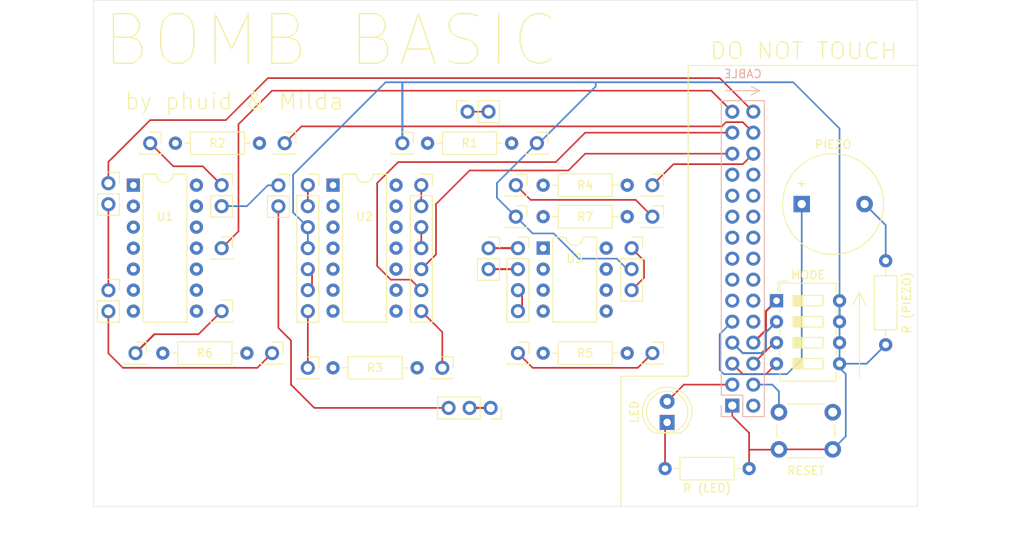
<source format=kicad_pcb>
(kicad_pcb (version 20211014) (generator pcbnew)
  (layers (0 "F.Cu" signal) (31 "B.Cu" signal) (34 "B.Paste" user) (35 "F.Paste" user) (36 "B.SilkS" user "B.Silkscreen") (37 "F.SilkS" user "F.Silkscreen") (38 "B.Mask" user) (39 "F.Mask" user) (44 "Edge.Cuts" user))
  (net 0 "")
  (net 1 "Net-(R1-Pad2)")
  (net 2 "Net-(R1-Pad1)")
  (net 3 "Net-(R2-Pad2)")
  (net 4 "Net-(R2-Pad1)")
  (net 5 "Net-(R3-Pad2)")
  (net 6 "Net-(R3-Pad1)")
  (net 7 "Net-(R4-Pad2)")
  (net 8 "Net-(R4-Pad1)")
  (net 9 "Net-(R5-Pad2)")
  (net 10 "Net-(R5-Pad1)")
  (net 11 "Net-(R6-Pad2)")
  (net 12 "Net-(R7-Pad2)")
  (net 13 "Net-(R7-Pad1)")
  (net 14 "+5V")
  (net 15 "GND")
  (net 16 "Net-(U1-Pad2)")
  (net 17 "Net-(U1-Pad12)")
  (net 18 "Net-(U1-Pad5)")
  (net 19 "Net-(U1-Pad11)")
  (net 20 "Net-(U1-Pad4)")
  (net 21 "Net-(U1-Pad10)")
  (net 22 "Net-(U1-Pad3)")
  (net 23 "Net-(U1-Pad9)")
  (net 24 "Net-(U2-Pad5)")
  (net 25 "Net-(U2-Pad9)")
  (footprint "Resistor_THT:R_Axial_DIN0207_L6.3mm_D2.5mm_P10.16mm_Horizontal" (layer "F.Cu") (at 165.1 52.07 180)
    (fp_text reference "R1" (at 5.08 0) (layer "F.SilkS"))
    (fp_text value "R")
    (pad "1" thru_hole circle locked (at 0 0 180) (size 1.6 1.6) (drill 0.8) (layers *.Cu *.Mask) (net 2 "Net-(R1-Pad1)"))
    (pad "2" thru_hole oval locked (at 10.16 0 180) (size 1.6 1.6) (drill 0.8) (layers *.Cu *.Mask) (net 1 "Net-(R1-Pad2)"))
  )
  (footprint "Resistor_THT:R_Axial_DIN0207_L6.3mm_D2.5mm_P10.16mm_Horizontal" (layer "F.Cu") (at 124.46 52.07)
    (fp_text reference "R2" (at 5.08 0) (layer "F.SilkS"))
    (fp_text value "R")
    (pad "1" thru_hole circle locked (at 0 0) (size 1.6 1.6) (drill 0.8) (layers *.Cu *.Mask) (net 4 "Net-(R2-Pad1)"))
    (pad "2" thru_hole oval locked (at 10.16 0) (size 1.6 1.6) (drill 0.8) (layers *.Cu *.Mask) (net 3 "Net-(R2-Pad2)"))
  )
  (footprint "Resistor_THT:R_Axial_DIN0207_L6.3mm_D2.5mm_P10.16mm_Horizontal" (layer "F.Cu") (at 153.67 79.248 180)
    (fp_text reference "R3" (at 5.08 0) (layer "F.SilkS"))
    (fp_text value "R")
    (pad "1" thru_hole circle locked (at 0 0 180) (size 1.6 1.6) (drill 0.8) (layers *.Cu *.Mask) (net 6 "Net-(R3-Pad1)"))
    (pad "2" thru_hole oval locked (at 10.16 0 180) (size 1.6 1.6) (drill 0.8) (layers *.Cu *.Mask) (net 5 "Net-(R3-Pad2)"))
  )
  (footprint "Resistor_THT:R_Axial_DIN0207_L6.3mm_D2.5mm_P10.16mm_Horizontal" (layer "F.Cu") (at 179.07 57.15 180)
    (fp_text reference "R4" (at 5.08 0) (layer "F.SilkS"))
    (fp_text value "R")
    (pad "1" thru_hole circle locked (at 0 0 180) (size 1.6 1.6) (drill 0.8) (layers *.Cu *.Mask) (net 8 "Net-(R4-Pad1)"))
    (pad "2" thru_hole oval locked (at 10.16 0 180) (size 1.6 1.6) (drill 0.8) (layers *.Cu *.Mask) (net 7 "Net-(R4-Pad2)"))
  )
  (footprint "Resistor_THT:R_Axial_DIN0207_L6.3mm_D2.5mm_P10.16mm_Horizontal" (layer "F.Cu") (at 179.07 77.47 180)
    (fp_text reference "R5" (at 5.08 0) (layer "F.SilkS"))
    (fp_text value "R")
    (pad "1" thru_hole circle locked (at 0 0 180) (size 1.6 1.6) (drill 0.8) (layers *.Cu *.Mask) (net 10 "Net-(R5-Pad1)"))
    (pad "2" thru_hole oval locked (at 10.16 0 180) (size 1.6 1.6) (drill 0.8) (layers *.Cu *.Mask) (net 9 "Net-(R5-Pad2)"))
  )
  (footprint "Resistor_THT:R_Axial_DIN0207_L6.3mm_D2.5mm_P10.16mm_Horizontal" (layer "F.Cu") (at 133.096 77.47 180)
    (fp_text reference "R6" (at 5.08 0) (layer "F.SilkS"))
    (fp_text value "R")
    (pad "1" thru_hole circle locked (at 0 0 180) (size 1.6 1.6) (drill 0.8) (layers *.Cu *.Mask) (net 6 "Net-(R3-Pad1)"))
    (pad "2" thru_hole oval locked (at 10.16 0 180) (size 1.6 1.6) (drill 0.8) (layers *.Cu *.Mask) (net 11 "Net-(R6-Pad2)"))
  )
  (footprint "Resistor_THT:R_Axial_DIN0207_L6.3mm_D2.5mm_P10.16mm_Horizontal" (layer "F.Cu") (at 179.07 60.96 180)
    (fp_text reference "R7" (at 5.08 0) (layer "F.SilkS"))
    (fp_text value "R")
    (pad "1" thru_hole circle locked (at 0 0 180) (size 1.6 1.6) (drill 0.8) (layers *.Cu *.Mask) (net 13 "Net-(R7-Pad1)"))
    (pad "2" thru_hole oval locked (at 10.16 0 180) (size 1.6 1.6) (drill 0.8) (layers *.Cu *.Mask) (net 12 "Net-(R7-Pad2)"))
  )
  (footprint "Package_DIP:DIP-14_W7.62mm" (layer "F.Cu") (at 119.38 57.15)
    (fp_text reference "U1" (at 3.81 3.81) (layer "F.SilkS"))
    (fp_text value "74HC03")
    (pad "1" thru_hole rect locked (at 0 0) (size 1.6 1.6) (drill 0.8) (layers *.Cu *.Mask) (net 1 "Net-(R1-Pad2)"))
    (pad "2" thru_hole oval locked (at 0 2.54) (size 1.6 1.6) (drill 0.8) (layers *.Cu *.Mask) (net 16 "Net-(U1-Pad2)"))
    (pad "3" thru_hole oval locked (at 0 5.08) (size 1.6 1.6) (drill 0.8) (layers *.Cu *.Mask) (net 22 "Net-(U1-Pad3)"))
    (pad "4" thru_hole oval locked (at 0 7.62) (size 1.6 1.6) (drill 0.8) (layers *.Cu *.Mask) (net 20 "Net-(U1-Pad4)"))
    (pad "5" thru_hole oval locked (at 0 10.16) (size 1.6 1.6) (drill 0.8) (layers *.Cu *.Mask) (net 18 "Net-(U1-Pad5)"))
    (pad "6" thru_hole oval locked (at 0 12.7) (size 1.6 1.6) (drill 0.8) (layers *.Cu *.Mask) (net 16 "Net-(U1-Pad2)"))
    (pad "7" thru_hole oval locked (at 0 15.24) (size 1.6 1.6) (drill 0.8) (layers *.Cu *.Mask) (net 15 "GND"))
    (pad "8" thru_hole oval locked (at 7.62 15.24) (size 1.6 1.6) (drill 0.8) (layers *.Cu *.Mask) (net 2 "Net-(R1-Pad1)"))
    (pad "9" thru_hole oval locked (at 7.62 12.7) (size 1.6 1.6) (drill 0.8) (layers *.Cu *.Mask) (net 23 "Net-(U1-Pad9)"))
    (pad "10" thru_hole oval locked (at 7.62 10.16) (size 1.6 1.6) (drill 0.8) (layers *.Cu *.Mask) (net 21 "Net-(U1-Pad10)"))
    (pad "11" thru_hole oval locked (at 7.62 7.62) (size 1.6 1.6) (drill 0.8) (layers *.Cu *.Mask) (net 19 "Net-(U1-Pad11)"))
    (pad "12" thru_hole oval locked (at 7.62 5.08) (size 1.6 1.6) (drill 0.8) (layers *.Cu *.Mask) (net 17 "Net-(U1-Pad12)"))
    (pad "13" thru_hole oval locked (at 7.62 2.54) (size 1.6 1.6) (drill 0.8) (layers *.Cu *.Mask) (net 4 "Net-(R2-Pad1)"))
    (pad "14" thru_hole oval locked (at 7.62 0) (size 1.6 1.6) (drill 0.8) (layers *.Cu *.Mask) (net 14 "+5V"))
  )
  (footprint "Package_DIP:DIP-14_W7.62mm" (layer "F.Cu") (at 143.51 57.15)
    (fp_text reference "U2" (at 3.81 3.81) (layer "F.SilkS"))
    (fp_text value "74HCT08")
    (pad "1" thru_hole rect locked (at 0 0) (size 1.6 1.6) (drill 0.8) (layers *.Cu *.Mask) (net 16 "Net-(U1-Pad2)"))
    (pad "2" thru_hole oval locked (at 0 2.54) (size 1.6 1.6) (drill 0.8) (layers *.Cu *.Mask) (net 2 "Net-(R1-Pad1)"))
    (pad "3" thru_hole oval locked (at 0 5.08) (size 1.6 1.6) (drill 0.8) (layers *.Cu *.Mask) (net 3 "Net-(R2-Pad2)"))
    (pad "4" thru_hole oval locked (at 0 7.62) (size 1.6 1.6) (drill 0.8) (layers *.Cu *.Mask) (net 19 "Net-(U1-Pad11)"))
    (pad "5" thru_hole oval locked (at 0 10.16) (size 1.6 1.6) (drill 0.8) (layers *.Cu *.Mask) (net 24 "Net-(U2-Pad5)"))
    (pad "6" thru_hole oval locked (at 0 12.7) (size 1.6 1.6) (drill 0.8) (layers *.Cu *.Mask) (net 11 "Net-(R6-Pad2)"))
    (pad "7" thru_hole oval locked (at 0 15.24) (size 1.6 1.6) (drill 0.8) (layers *.Cu *.Mask) (net 15 "GND"))
    (pad "8" thru_hole oval locked (at 7.62 15.24) (size 1.6 1.6) (drill 0.8) (layers *.Cu *.Mask) (net 24 "Net-(U2-Pad5)"))
    (pad "9" thru_hole oval locked (at 7.62 12.7) (size 1.6 1.6) (drill 0.8) (layers *.Cu *.Mask) (net 25 "Net-(U2-Pad9)"))
    (pad "10" thru_hole oval locked (at 7.62 10.16) (size 1.6 1.6) (drill 0.8) (layers *.Cu *.Mask) (net 12 "Net-(R7-Pad2)"))
    (pad "11" thru_hole oval locked (at 7.62 7.62) (size 1.6 1.6) (drill 0.8) (layers *.Cu *.Mask) (net 5 "Net-(R3-Pad2)"))
    (pad "12" thru_hole oval locked (at 7.62 5.08) (size 1.6 1.6) (drill 0.8) (layers *.Cu *.Mask) (net 7 "Net-(R4-Pad2)"))
    (pad "13" thru_hole oval locked (at 7.62 2.54) (size 1.6 1.6) (drill 0.8) (layers *.Cu *.Mask) (net 9 "Net-(R5-Pad2)"))
    (pad "14" thru_hole oval locked (at 7.62 0) (size 1.6 1.6) (drill 0.8) (layers *.Cu *.Mask) (net 14 "+5V"))
  )
  (footprint "Package_DIP:DIP-8_W7.62mm" (layer "F.Cu") (at 168.91 64.77)
    (fp_text reference "U3" (at 3.81 1.27) (layer "F.SilkS"))
    (fp_text value "L4904")
    (pad "1" thru_hole rect locked (at 0 0) (size 1.6 1.6) (drill 0.8) (layers *.Cu *.Mask) (net 24 "Net-(U2-Pad5)"))
    (pad "2" thru_hole oval locked (at 0 2.54) (size 1.6 1.6) (drill 0.8) (layers *.Cu *.Mask) (net 6 "Net-(R3-Pad1)"))
    (pad "3" thru_hole oval locked (at 0 5.08) (size 1.6 1.6) (drill 0.8) (layers *.Cu *.Mask) (net 8 "Net-(R4-Pad1)"))
    (pad "4" thru_hole oval locked (at 0 7.62) (size 1.6 1.6) (drill 0.8) (layers *.Cu *.Mask) (net 15 "GND"))
    (pad "5" thru_hole oval locked (at 7.62 7.62) (size 1.6 1.6) (drill 0.8) (layers *.Cu *.Mask))
    (pad "6" thru_hole oval locked (at 7.62 5.08) (size 1.6 1.6) (drill 0.8) (layers *.Cu *.Mask) (net 10 "Net-(R5-Pad1)"))
    (pad "7" thru_hole oval locked (at 7.62 2.54) (size 1.6 1.6) (drill 0.8) (layers *.Cu *.Mask) (net 25 "Net-(U2-Pad9)"))
    (pad "8" thru_hole oval locked (at 7.62 0) (size 1.6 1.6) (drill 0.8) (layers *.Cu *.Mask) (net 13 "Net-(R7-Pad1)"))
  )
  (footprint "Connector_PinSocket_2.54mm:PinSocket_1x07_P2.54mm_Vertical" (layer "F.Cu") (at 140.462 57.15)
    (fp_text reference " " (at 0 -2.77) (layer "F.SilkS"))
    (fp_text value "PinSocket_1x07_P2.54mm_Vertical")
    (pad "1" thru_hole circle locked (at 0 0) (size 1.7 1.7) (drill 1) (layers *.Cu "F.Mask"))
    (pad "2" thru_hole oval locked (at 0 2.54) (size 1.7 1.7) (drill 1) (layers *.Cu *.Mask))
    (pad "3" thru_hole oval locked (at 0 5.08) (size 1.7 1.7) (drill 1) (layers *.Cu *.Mask))
    (pad "4" thru_hole oval locked (at 0 7.62) (size 1.7 1.7) (drill 1) (layers *.Cu *.Mask))
    (pad "5" thru_hole oval locked (at 0 10.16) (size 1.7 1.7) (drill 1) (layers *.Cu *.Mask))
    (pad "6" thru_hole oval locked (at 0 12.7) (size 1.7 1.7) (drill 1) (layers *.Cu *.Mask))
    (pad "7" thru_hole oval locked (at 0 15.24) (size 1.7 1.7) (drill 1) (layers *.Cu *.Mask))
  )
  (footprint "Connector_PinSocket_2.54mm:PinSocket_1x07_P2.54mm_Vertical" (layer "F.Cu") (at 154.178 57.15)
    (fp_text reference " " (at 0 -2.77) (layer "F.SilkS"))
    (fp_text value "PinSocket_1x07_P2.54mm_Vertical")
    (pad "1" thru_hole circle locked (at 0 0) (size 1.7 1.7) (drill 1) (layers *.Cu *.Mask))
    (pad "2" thru_hole oval locked (at 0 2.54) (size 1.7 1.7) (drill 1) (layers *.Cu *.Mask))
    (pad "3" thru_hole oval locked (at 0 5.08) (size 1.7 1.7) (drill 1) (layers *.Cu *.Mask))
    (pad "4" thru_hole oval locked (at 0 7.62) (size 1.7 1.7) (drill 1) (layers *.Cu *.Mask))
    (pad "5" thru_hole oval locked (at 0 10.16) (size 1.7 1.7) (drill 1) (layers *.Cu *.Mask))
    (pad "6" thru_hole oval locked (at 0 12.7) (size 1.7 1.7) (drill 1) (layers *.Cu *.Mask))
    (pad "7" thru_hole oval locked (at 0 15.24) (size 1.7 1.7) (drill 1) (layers *.Cu *.Mask))
  )
  (footprint "Connector_PinSocket_2.54mm:PinSocket_1x04_P2.54mm_Vertical" (layer "F.Cu") (at 165.862 64.77)
    (fp_text reference " " (at 0 -2.77) (layer "F.SilkS"))
    (fp_text value "PinSocket_1x04_P2.54mm_Vertical")
    (pad "1" thru_hole circle locked (at 0 0) (size 1.7 1.7) (drill 1) (layers *.Cu *.Mask))
    (pad "2" thru_hole oval locked (at 0 2.54) (size 1.7 1.7) (drill 1) (layers *.Cu *.Mask))
    (pad "3" thru_hole oval locked (at 0 5.08) (size 1.7 1.7) (drill 1) (layers *.Cu *.Mask))
    (pad "4" thru_hole oval locked (at 0 7.62) (size 1.7 1.7) (drill 1) (layers *.Cu *.Mask))
  )
  (footprint "Connector_PinSocket_2.54mm:PinSocket_1x01_P2.54mm_Vertical" (layer "F.Cu") (at 182.118 77.47)
    (fp_text reference " " (at 0 -2.77) (layer "F.SilkS"))
    (fp_text value "PinSocket_1x01_P2.54mm_Vertical")
    (pad "1" thru_hole circle locked (at 0 0) (size 1.7 1.7) (drill 1) (layers *.Cu *.Mask))
  )
  (footprint "Connector_PinSocket_2.54mm:PinSocket_1x03_P2.54mm_Vertical" (layer "F.Cu") (at 179.603 64.77)
    (fp_text reference "REF**" hide)
    (fp_text value "PinSocket_1x03_P2.54mm_Vertical")
    (pad "1" thru_hole circle locked (at 0 0) (size 1.7 1.7) (drill 1) (layers *.Cu *.Mask))
    (pad "2" thru_hole oval locked (at 0 2.54) (size 1.7 1.7) (drill 1) (layers *.Cu *.Mask))
    (pad "3" thru_hole oval locked (at 0 5.08) (size 1.7 1.7) (drill 1) (layers *.Cu *.Mask))
  )
  (footprint "Button_Switch_THT:SW_PUSH_6mm_H8.5mm" (layer "F.Cu") (at 203.91 89.118 180)
    (fp_text reference "RESET" (at 3.25 -2.576 180) (layer "F.SilkS"))
    (fp_text value "SW_PUSH_6mm_H8.5mm")
    (pad "1" thru_hole circle locked (at 0 0 270) (size 2 2) (drill 1.1) (layers *.Cu *.Mask))
    (pad "1" thru_hole circle locked (at 6.5 0 270) (size 2 2) (drill 1.1) (layers *.Cu *.Mask))
    (pad "2" thru_hole circle locked (at 0 4.5 270) (size 2 2) (drill 1.1) (layers *.Cu *.Mask))
    (pad "2" thru_hole circle locked (at 6.5 4.5 270) (size 2 2) (drill 1.1) (layers *.Cu *.Mask))
  )
  (footprint "Resistor_THT:R_Axial_DIN0207_L6.3mm_D2.5mm_P10.16mm_Horizontal" (layer "F.Cu") (at 210.312 76.454 90)
    (fp_text reference "R (PIEZO)" (at 5.08 2.54 90) (layer "F.SilkS"))
    (fp_text value "R_Axial_DIN0207_L6.3mm_D2.5mm_P10.16mm_Horizontal")
    (pad "1" thru_hole circle locked (at 0 0 90) (size 1.6 1.6) (drill 0.8) (layers *.Cu *.Mask))
    (pad "2" thru_hole oval locked (at 10.16 0 90) (size 1.6 1.6) (drill 0.8) (layers *.Cu *.Mask))
  )
  (footprint "Resistor_THT:R_Axial_DIN0207_L6.3mm_D2.5mm_P10.16mm_Horizontal" (layer "F.Cu") (at 193.802 91.44 180)
    (fp_text reference "R (LED)" (at 5.08 -2.37) (layer "F.SilkS"))
    (fp_text value "R_Axial_DIN0207_L6.3mm_D2.5mm_P10.16mm_Horizontal")
    (pad "1" thru_hole circle locked (at 0 0 180) (size 1.6 1.6) (drill 0.8) (layers *.Cu *.Mask))
    (pad "2" thru_hole oval locked (at 10.16 0 180) (size 1.6 1.6) (drill 0.8) (layers *.Cu *.Mask))
  )
  (footprint "Connector_PinSocket_2.54mm:PinSocket_1x01_P2.54mm_Vertical" (layer "F.Cu") (at 165.608 57.15)
    (fp_text reference " " (at 0 -2.77) (layer "F.SilkS"))
    (fp_text value "PinSocket_1x01_P2.54mm_Vertical")
    (pad "1" thru_hole circle locked (at 0 0) (size 1.7 1.7) (drill 1) (layers *.Cu *.Mask))
  )
  (footprint "Connector_PinSocket_2.54mm:PinSocket_1x01_P2.54mm_Vertical" (layer "F.Cu") (at 151.892 52.07)
    (fp_text reference " " (at 0 -2.77) (layer "F.SilkS"))
    (fp_text value "PinSocket_1x01_P2.54mm_Vertical")
    (pad "1" thru_hole circle locked (at 0 0) (size 1.7 1.7) (drill 1) (layers *.Cu *.Mask))
  )
  (footprint "Connector_PinSocket_2.54mm:PinSocket_1x02_P2.54mm_Vertical" (layer "F.Cu") (at 162.306 64.77)
    (fp_text reference " " (at 0 -2.77) (layer "F.SilkS"))
    (fp_text value "PinSocket_1x02_P2.54mm_Vertical")
    (pad "1" thru_hole circle (at 0 0) (size 1.7 1.7) (drill 1) (layers *.Cu *.Mask))
    (pad "2" thru_hole oval (at 0 2.54) (size 1.7 1.7) (drill 1) (layers *.Cu *.Mask))
  )
  (footprint "Connector_PinSocket_2.54mm:PinSocket_1x01_P2.54mm_Vertical" (layer "F.Cu") (at 165.862 77.47)
    (fp_text reference " " (at 0 -2.77) (layer "F.SilkS"))
    (fp_text value "PinSocket_1x01_P2.54mm_Vertical")
    (pad "1" thru_hole circle locked (at 0 0) (size 1.7 1.7) (drill 1) (layers *.Cu *.Mask))
  )
  (footprint "Connector_PinSocket_2.54mm:PinSocket_1x01_P2.54mm_Vertical" (layer "F.Cu") (at 165.608 60.96)
    (fp_text reference " " (at 0 -2.77) (layer "F.SilkS"))
    (fp_text value "PinSocket_1x01_P2.54mm_Vertical")
    (pad "1" thru_hole circle locked (at 0 0) (size 1.7 1.7) (drill 1) (layers *.Cu *.Mask))
  )
  (footprint "LED_THT:LED_D5.0mm" (layer "F.Cu") (at 183.896 85.852 90)
    (fp_text reference "LED" (at 1.27 -3.96 90) (layer "F.SilkS"))
    (fp_text value "LED_D5.0mm")
    (pad "1" thru_hole rect (at 0 0 90) (size 1.8 1.8) (drill 0.9) (layers *.Cu *.Mask))
    (pad "2" thru_hole circle (at 2.54 0 90) (size 1.8 1.8) (drill 0.9) (layers *.Cu *.Mask))
  )
  (footprint "Connector_PinSocket_2.54mm:PinSocket_1x01_P2.54mm_Vertical" (layer "F.Cu") (at 136.144 77.47)
    (fp_text reference " " (at 0 -2.77) (layer "F.SilkS"))
    (fp_text value "PinSocket_1x01_P2.54mm_Vertical")
    (pad "1" thru_hole circle locked (at 0 0) (size 1.7 1.7) (drill 1) (layers *.Cu *.Mask))
  )
  (footprint "Buzzer_Beeper:Buzzer_12x9.5RM7.6" (layer "F.Cu") (at 200.162 59.436)
    (fp_text reference "PIEZO" (at 3.8 -7.2) (layer "F.SilkS"))
    (fp_text value "Buzzer_12x9.5RM7.6")
    (fp_text user "+" (at -0.01 -2.54) (layer "F.SilkS"))
    (pad "1" thru_hole rect (at 0 0) (size 2 2) (drill 1) (layers *.Cu *.Mask))
    (pad "2" thru_hole circle (at 7.6 0) (size 2 2) (drill 1) (layers *.Cu *.Mask))
  )
  (footprint "Connector_PinSocket_2.54mm:PinSocket_1x02_P2.54mm_Vertical" (layer "F.Cu") (at 159.766 48.26 90)
    (fp_text reference " " (at 0 -2.77 90) (layer "F.SilkS"))
    (fp_text value "PinSocket_1x02_P2.54mm_Vertical")
    (pad "1" thru_hole circle (at 0 0 90) (size 1.7 1.7) (drill 1) (layers *.Cu *.Mask))
    (pad "2" thru_hole oval (at 0 2.54 90) (size 1.7 1.7) (drill 1) (layers *.Cu *.Mask))
  )
  (footprint "Connector_PinSocket_2.54mm:PinSocket_1x01_P2.54mm_Vertical" (layer "F.Cu") (at 182.118 57.15)
    (fp_text reference " " (at 0 -2.77) (layer "F.SilkS"))
    (fp_text value "PinSocket_1x01_P2.54mm_Vertical")
    (pad "1" thru_hole circle locked (at 0 0) (size 1.7 1.7) (drill 1) (layers *.Cu "F.Mask"))
  )
  (footprint "Connector_PinSocket_2.54mm:PinSocket_1x01_P2.54mm_Vertical" (layer "F.Cu") (at 130.048 64.77)
    (fp_text reference " " (at 0 -2.77) (layer "F.SilkS"))
    (fp_text value "PinSocket_1x01_P2.54mm_Vertical")
    (pad "1" thru_hole circle locked (at 0 0) (size 1.7 1.7) (drill 1) (layers *.Cu *.Mask))
  )
  (footprint "Button_Switch_THT:SW_DIP_SPSTx04_Slide_6.7x11.72mm_W7.62mm_P2.54mm_LowProfile" (layer "F.Cu") (at 197.114 71.13)
    (fp_text reference "MODE" (at 3.81 -3.11) (layer "F.SilkS"))
    (fp_text value "SW_DIP_SPSTx04_Slide_6.7x11.72mm_W7.62mm_P2.54mm_LowProfile")
    (pad "1" thru_hole rect (at 0 0) (size 1.6 1.6) (drill 0.8) (layers *.Cu *.Mask))
    (pad "2" thru_hole oval (at 0 2.54) (size 1.6 1.6) (drill 0.8) (layers *.Cu *.Mask))
    (pad "3" thru_hole oval (at 0 5.08) (size 1.6 1.6) (drill 0.8) (layers *.Cu *.Mask))
    (pad "4" thru_hole oval (at 0 7.62) (size 1.6 1.6) (drill 0.8) (layers *.Cu *.Mask))
    (pad "5" thru_hole oval (at 7.62 7.62) (size 1.6 1.6) (drill 0.8) (layers *.Cu *.Mask))
    (pad "6" thru_hole oval (at 7.62 5.08) (size 1.6 1.6) (drill 0.8) (layers *.Cu *.Mask))
    (pad "7" thru_hole oval (at 7.62 2.54) (size 1.6 1.6) (drill 0.8) (layers *.Cu *.Mask))
    (pad "8" thru_hole oval (at 7.62 0) (size 1.6 1.6) (drill 0.8) (layers *.Cu *.Mask))
  )
  (footprint "Connector_PinSocket_2.54mm:PinSocket_1x01_P2.54mm_Vertical" (layer "F.Cu") (at 121.412 52.07)
    (fp_text reference " " (at 0 -2.77) (layer "F.SilkS"))
    (fp_text value "PinSocket_1x01_P2.54mm_Vertical")
    (pad "1" thru_hole circle locked (at 0 0) (size 1.7 1.7) (drill 1) (layers *.Cu *.Mask))
  )
  (footprint "Connector_PinSocket_2.54mm:PinSocket_1x03_P2.54mm_Vertical" (layer "F.Cu") (at 162.56 84.099 -90)
    (fp_text reference " " (at 0 -2.77 90) (layer "F.SilkS"))
    (fp_text value "PinSocket_1x03_P2.54mm_Vertical")
    (pad "1" thru_hole circle (at 0 0 270) (size 1.7 1.7) (drill 1) (layers *.Cu *.Mask))
    (pad "2" thru_hole oval (at 0 2.54 270) (size 1.7 1.7) (drill 1) (layers *.Cu *.Mask))
    (pad "3" thru_hole oval (at 0 5.08 270) (size 1.7 1.7) (drill 1) (layers *.Cu *.Mask))
  )
  (footprint "Connector_PinSocket_2.54mm:PinSocket_1x01_P2.54mm_Vertical" (layer "F.Cu") (at 182.118 60.96)
    (fp_text reference " " (at 0 -2.77) (layer "F.SilkS"))
    (fp_text value "PinSocket_1x01_P2.54mm_Vertical")
    (pad "1" thru_hole circle locked (at 0 0) (size 1.7 1.7) (drill 1) (layers *.Cu "F.Mask"))
  )
  (footprint "Connector_PinSocket_2.54mm:PinSocket_1x01_P2.54mm_Vertical" (layer "F.Cu") (at 119.634 77.47)
    (fp_text reference " " (at 0 -2.77) (layer "F.SilkS"))
    (fp_text value "PinSocket_1x01_P2.54mm_Vertical")
    (pad "1" thru_hole circle locked (at 0 0) (size 1.7 1.7) (drill 1) (layers *.Cu *.Mask))
  )
  (footprint "Connector_PinSocket_2.54mm:PinSocket_1x01_P2.54mm_Vertical" (layer "F.Cu") (at 130.048 72.39)
    (fp_text reference " " (at 0 -2.77) (layer "F.SilkS"))
    (fp_text value "PinSocket_1x01_P2.54mm_Vertical")
    (pad "1" thru_hole circle locked (at 0 0) (size 1.7 1.7) (drill 1) (layers *.Cu *.Mask))
  )
  (footprint "Connector_PinSocket_2.54mm:PinSocket_1x02_P2.54mm_Vertical" (layer "F.Cu") (at 130.048 57.15)
    (fp_text reference " " (at 0 -2.77) (layer "F.SilkS"))
    (fp_text value "PinSocket_1x02_P2.54mm_Vertical")
    (pad "1" thru_hole circle (at 0 0) (size 1.7 1.7) (drill 1) (layers *.Cu *.Mask))
    (pad "2" thru_hole oval (at 0 2.54) (size 1.7 1.7) (drill 1) (layers *.Cu *.Mask))
  )
  (footprint "Connector_PinSocket_2.54mm:PinSocket_1x02_P2.54mm_Vertical" (layer "F.Cu") (at 116.357 56.916)
    (fp_text reference " " (at 0 -2.77) (layer "F.SilkS"))
    (fp_text value "PinSocket_1x02_P2.54mm_Vertical")
    (pad "1" thru_hole circle (at 0 0) (size 1.7 1.7) (drill 1) (layers *.Cu *.Mask))
    (pad "2" thru_hole oval (at 0 2.54) (size 1.7 1.7) (drill 1) (layers *.Cu *.Mask))
  )
  (footprint "Connector_PinSocket_2.54mm:PinSocket_1x01_P2.54mm_Vertical" (layer "F.Cu") (at 168.148 52.07)
    (fp_text reference " " (at 0 -2.77) (layer "F.SilkS"))
    (fp_text value "PinSocket_1x01_P2.54mm_Vertical")
    (pad "1" thru_hole circle locked (at 0 0) (size 1.7 1.7) (drill 1) (layers *.Cu "F.Mask"))
  )
  (footprint "Connector_PinSocket_2.54mm:PinSocket_1x01_P2.54mm_Vertical" (layer "F.Cu") (at 137.668 52.07)
    (fp_text reference " " (at 0 -2.77) (layer "F.SilkS"))
    (fp_text value "PinSocket_1x01_P2.54mm_Vertical")
    (pad "1" thru_hole circle locked (at 0 0) (size 1.7 1.7) (drill 1) (layers *.Cu *.Mask))
  )
  (footprint "Connector_PinSocket_2.54mm:PinSocket_1x01_P2.54mm_Vertical" (layer "F.Cu") (at 140.462 79.248)
    (fp_text reference " " (at 0 -0.762) (layer "F.SilkS"))
    (fp_text value "PinSocket_1x01_P2.54mm_Vertical")
    (pad "1" thru_hole circle locked (at 0 0) (size 1.7 1.7) (drill 1) (layers *.Cu *.Mask))
  )
  (footprint "Connector_PinSocket_2.54mm:PinSocket_1x02_P2.54mm_Vertical" (layer "F.Cu") (at 136.906 57.17)
    (fp_text reference " " (at 0 -2.77) (layer "F.SilkS"))
    (fp_text value "PinSocket_1x02_P2.54mm_Vertical")
    (pad "1" thru_hole circle (at 0 0) (size 1.7 1.7) (drill 1) (layers *.Cu *.Mask))
    (pad "2" thru_hole oval (at 0 2.54) (size 1.7 1.7) (drill 1) (layers *.Cu *.Mask))
  )
  (footprint "Connector_PinSocket_2.54mm:PinSocket_1x02_P2.54mm_Vertical" (layer "F.Cu") (at 116.357 69.87)
    (fp_text reference " " (at 0 -2.77) (layer "F.SilkS"))
    (fp_text value "PinSocket_1x02_P2.54mm_Vertical")
    (pad "1" thru_hole circle (at 0 0) (size 1.7 1.7) (drill 1) (layers *.Cu *.Mask))
    (pad "2" thru_hole oval (at 0 2.54) (size 1.7 1.7) (drill 1) (layers *.Cu *.Mask))
  )
  (footprint "Connector_PinSocket_2.54mm:PinSocket_1x01_P2.54mm_Vertical" (layer "F.Cu") (at 156.718 79.248)
    (fp_text reference " " (at 0 -2.77) (layer "F.SilkS"))
    (fp_text value "PinSocket_1x01_P2.54mm_Vertical")
    (pad "1" thru_hole circle locked (at 0 0) (size 1.7 1.7) (drill 1) (layers *.Cu *.Mask))
  )
  (footprint "Connector_PinHeader_2.54mm:PinHeader_2x15_P2.54mm_Vertical" (layer "B.Cu") (at 191.77 83.82)
    (fp_text reference "REF**" hide)
    (fp_text value "PinHeader_2x15_P2.54mm_Vertical")
    (pad "1" thru_hole rect locked (at 0 0) (size 1.7 1.7) (drill 1) (layers *.Cu *.Mask))
    (pad "2" thru_hole oval locked (at 2.54 0) (size 1.7 1.7) (drill 1) (layers *.Cu *.Mask))
    (pad "3" thru_hole oval locked (at 0 -2.54) (size 1.7 1.7) (drill 1) (layers *.Cu *.Mask))
    (pad "4" thru_hole oval locked (at 2.54 -2.54) (size 1.7 1.7) (drill 1) (layers *.Cu *.Mask))
    (pad "5" thru_hole oval locked (at 0 -5.08) (size 1.7 1.7) (drill 1) (layers *.Cu *.Mask))
    (pad "6" thru_hole oval locked (at 2.54 -5.08) (size 1.7 1.7) (drill 1) (layers *.Cu *.Mask))
    (pad "7" thru_hole oval locked (at 0 -7.62) (size 1.7 1.7) (drill 1) (layers *.Cu *.Mask))
    (pad "8" thru_hole oval locked (at 2.54 -7.62) (size 1.7 1.7) (drill 1) (layers *.Cu *.Mask))
    (pad "9" thru_hole oval locked (at 0 -10.16) (size 1.7 1.7) (drill 1) (layers *.Cu *.Mask))
    (pad "10" thru_hole oval locked (at 2.54 -10.16) (size 1.7 1.7) (drill 1) (layers *.Cu *.Mask))
    (pad "11" thru_hole oval locked (at 0 -12.7) (size 1.7 1.7) (drill 1) (layers *.Cu *.Mask))
    (pad "12" thru_hole oval locked (at 2.54 -12.7) (size 1.7 1.7) (drill 1) (layers *.Cu *.Mask))
    (pad "13" thru_hole oval locked (at 0 -15.24) (size 1.7 1.7) (drill 1) (layers *.Cu *.Mask))
    (pad "14" thru_hole oval locked (at 2.54 -15.24) (size 1.7 1.7) (drill 1) (layers *.Cu *.Mask))
    (pad "15" thru_hole oval locked (at 0 -17.78) (size 1.7 1.7) (drill 1) (layers *.Cu *.Mask))
    (pad "16" thru_hole oval locked (at 2.54 -17.78) (size 1.7 1.7) (drill 1) (layers *.Cu *.Mask))
    (pad "17" thru_hole oval locked (at 0 -20.32) (size 1.7 1.7) (drill 1) (layers *.Cu *.Mask))
    (pad "18" thru_hole oval locked (at 2.54 -20.32) (size 1.7 1.7) (drill 1) (layers *.Cu *.Mask))
    (pad "19" thru_hole oval locked (at 0 -22.86) (size 1.7 1.7) (drill 1) (layers *.Cu *.Mask))
    (pad "20" thru_hole oval locked (at 2.54 -22.86) (size 1.7 1.7) (drill 1) (layers *.Cu *.Mask))
    (pad "21" thru_hole oval locked (at 0 -25.4) (size 1.7 1.7) (drill 1) (layers *.Cu *.Mask))
    (pad "22" thru_hole oval locked (at 2.54 -25.4) (size 1.7 1.7) (drill 1) (layers *.Cu *.Mask))
    (pad "23" thru_hole oval locked (at 0 -27.94) (size 1.7 1.7) (drill 1) (layers *.Cu *.Mask))
    (pad "24" thru_hole oval locked (at 2.54 -27.94) (size 1.7 1.7) (drill 1) (layers *.Cu *.Mask))
    (pad "25" thru_hole oval locked (at 0 -30.48) (size 1.7 1.7) (drill 1) (layers *.Cu *.Mask))
    (pad "26" thru_hole oval locked (at 2.54 -30.48) (size 1.7 1.7) (drill 1) (layers *.Cu *.Mask))
    (pad "27" thru_hole oval locked (at 0 -33.02) (size 1.7 1.7) (drill 1) (layers *.Cu *.Mask))
    (pad "28" thru_hole oval locked (at 2.54 -33.02) (size 1.7 1.7) (drill 1) (layers *.Cu *.Mask))
    (pad "29" thru_hole oval locked (at 0 -35.56) (size 1.7 1.7) (drill 1) (layers *.Cu *.Mask))
    (pad "30" thru_hole oval locked (at 2.54 -35.56) (size 1.7 1.7) (drill 1) (layers *.Cu *.Mask))
  )
  (gr_line (start 195.072 45.72) (end 194.564 45.72) (layer "B.SilkS") (width 0.12))
  (gr_line (start 195.072 45.72) (end 194.056 45.212) (layer "B.SilkS") (width 0.12))
  (gr_line (start 195.072 45.72) (end 194.056 46.228) (layer "B.SilkS") (width 0.12))
  (gr_line (start 191.008 45.72) (end 194.564 45.72) (layer "B.SilkS") (width 0.12))
  (gr_line (start 186.436 42.672) (end 186.436 80.264) (layer "F.SilkS") (width 0.12))
  (gr_line (start 178.308 80.264) (end 178.308 96.012) (layer "F.SilkS") (width 0.12))
  (gr_line (start 207.137 70.104) (end 206.375 71.628) (layer "F.SilkS") (width 0.12))
  (gr_line (start 186.436 80.264) (end 178.308 80.264) (layer "F.SilkS") (width 0.12))
  (gr_line (start 207.137 80.518) (end 207.137 70.104) (layer "F.SilkS") (width 0.12))
  (gr_line (start 207.899 71.628) (end 207.137 70.104) (layer "F.SilkS") (width 0.12))
  (gr_line (start 214.122 42.672) (end 186.436 42.672) (layer "F.SilkS") (width 0.12))
  (gr_rect (start 114.554 34.798) (end 214.122 96.012) (layer "Edge.Cuts") (width 0.05) (fill none))
  (gr_text "CABLE" (at 193.04 43.688) (layer "B.SilkS") (effects (font (size 1 1)) (justify mirror)))
  (gr_text "DO NOT TOUCH" (at 200.406 40.894) (layer "F.SilkS") (effects (font (size 2 2))))
  (gr_text "BOMB BASIC" (at 143.256 39.624) (layer "F.SilkS") (effects (font (size 6 6))))
  (gr_text "by phuid & Milda" (at 131.572 46.99) (layer "F.SilkS") (effects (font (size 2 2))))
  (segment (start 182.118 57.15) (end 184.404 54.864) (width 0.2) (layer "F.Cu") (net 0))
  (segment (start 154.178 59.69) (end 154.178 57.15) (width 0.2) (layer "F.Cu") (net 0))
  (segment (start 132.08 49.784) (end 136.144 45.72) (width 0.2) (layer "F.Cu") (net 0))
  (segment (start 194.31 78.74) (end 196.84 76.21) (width 0.2) (layer "F.Cu") (net 0))
  (segment (start 195.854 72.39) (end 195.834 72.39) (width 0.25) (layer "F.Cu") (net 0))
  (segment (start 136.144 77.47) (end 134.366 79.248) (width 0.2) (layer "F.Cu") (net 0))
  (segment (start 154.178 64.77) (end 154.178 62.23) (width 0.2) (layer "F.Cu") (net 0))
  (segment (start 183.642 88.9) (end 183.642 86.106) (width 0.2) (layer "F.Cu") (net 0))
  (segment (start 173.99 50.8) (end 191.77 50.8) (width 0.2) (layer "F.Cu") (net 0))
  (segment (start 195.834 72.39) (end 195.834 74.676) (width 0.25) (layer "F.Cu") (net 0))
  (segment (start 179.603 64.795) (end 179.603 64.77) (width 0.2) (layer "F.Cu") (net 0))
  (segment (start 184.404 54.864) (end 184.658 54.61) (width 0.2) (layer "F.Cu") (net 0))
  (segment (start 187.452 44.196) (end 190.246 44.196) (width 0.2) (layer "F.Cu") (net 0))
  (segment (start 151.384 54.356) (end 170.434 54.356) (width 0.2) (layer "F.Cu") (net 0))
  (segment (start 138.43 81.28) (end 141.249 84.099) (width 0.2) (layer "F.Cu") (net 0))
  (segment (start 139.7 50.038) (end 190.5 50.038) (width 0.2) (layer "F.Cu") (net 0))
  (segment (start 180.34 79.248) (end 167.64 79.248) (width 0.2) (layer "F.Cu") (net 0))
  (segment (start 171.958 55.372) (end 173.99 53.34) (width 0.2) (layer "F.Cu") (net 0))
  (segment (start 160.02 55.372) (end 171.958 55.372) (width 0.2) (layer "F.Cu") (net 0))
  (segment (start 182.118 77.47) (end 180.34 79.248) (width 0.2) (layer "F.Cu") (net 0))
  (segment (start 193.04 80.01) (end 191.77 78.74) (width 0.2) (layer "F.Cu") (net 0))
  (segment (start 167.386 58.928) (end 165.608 57.15) (width 0.2) (layer "F.Cu") (net 0))
  (segment (start 131.572 79.248) (end 118.11 79.248) (width 0.2) (layer "F.Cu") (net 0))
  (segment (start 160.02 84.099) (end 162.56 84.099) (width 0.25) (layer "F.Cu") (net 0))
  (segment (start 137.668 52.07) (end 139.7 50.038) (width 0.2) (layer "F.Cu") (net 0))
  (segment (start 140.462 57.15) (end 140.462 59.69) (width 0.2) (layer "F.Cu") (net 0))
  (segment (start 148.844 56.896) (end 151.384 54.356) (width 0.2) (layer "F.Cu") (net 0))
  (segment (start 197.114 78.75) (end 195.854 80.01) (width 0.2) (layer "F.Cu") (net 0))
  (segment (start 127.254 75.184) (end 130.048 72.39) (width 0.2) (layer "F.Cu") (net 0))
  (segment (start 193.802 89.154) (end 197.374 89.154) (width 0.2) (layer "F.Cu") (net 0))
  (segment (start 191.77 85.09) (end 193.802 87.122) (width 0.2) (layer "F.Cu") (net 0))
  (segment (start 185.928 81.28) (end 183.896 83.312) (width 0.2) (layer "F.Cu") (net 0))
  (segment (start 116.357 69.87) (end 116.357 59.456) (width 0.2) (layer "F.Cu") (net 0))
  (segment (start 136.144 45.72) (end 189.23 45.72) (width 0.2) (layer "F.Cu") (net 0))
  (segment (start 138.43 81.28) (end 138.43 75.946) (width 0.2) (layer "F.Cu") (net 0))
  (segment (start 193.04 54.61) (end 194.31 53.34) (width 0.2) (layer "F.Cu") (net 0))
  (segment (start 121.412 49.276) (end 130.556 49.276) (width 0.2) (layer "F.Cu") (net 0))
  (segment (start 166.37 69.85) (end 166.37 72.39) (width 0.2) (layer "F.Cu") (net 0))
  (segment (start 121.412 52.07) (end 124.206 54.864) (width 0.2) (layer "F.Cu") (net 0))
  (segment (start 196.84 76.21) (end 197.114 76.21) (width 0.2) (layer "F.Cu") (net 0))
  (segment (start 155.956 65.532) (end 155.956 59.436) (width 0.2) (layer "F.Cu") (net 0))
  (segment (start 156.718 74.93) (end 154.178 72.39) (width 0.2) (layer "F.Cu") (net 0))
  (segment (start 181.102 66.294) (end 179.603 64.795) (width 0.2) (layer "F.Cu") (net 0))
  (segment (start 180.086 58.928) (end 167.386 58.928) (width 0.2) (layer "F.Cu") (net 0))
  (segment (start 182.118 60.96) (end 180.086 58.928) (width 0.2) (layer "F.Cu") (net 0))
  (segment (start 130.048 64.77) (end 132.08 62.738) (width 0.2) (layer "F.Cu") (net 0))
  (segment (start 184.658 54.61) (end 190.5 54.61) (width 0.2) (layer "F.Cu") (net 0))
  (segment (start 150.495 68.58) (end 148.844 66.929) (width 0.2) (layer "F.Cu") (net 0))
  (segment (start 119.634 77.47) (end 121.92 75.184) (width 0.25) (layer "F.Cu") (net 0))
  (segment (start 183.642 91.44) (end 183.642 88.9) (width 0.2) (layer "F.Cu") (net 0))
  (segment (start 191.008 49.53) (end 193.04 49.53) (width 0.2) (layer "F.Cu") (net 0))
  (segment (start 191.77 83.82) (end 191.77 85.09) (width 0.2) (layer "F.Cu") (net 0))
  (segment (start 116.357 54.331) (end 121.412 49.276) (width 0.2) (layer "F.Cu") (net 0))
  (segment (start 138.43 75.946) (end 136.906 74.422) (width 0.2) (layer "F.Cu") (net 0))
  (segment (start 170.434 54.356) (end 173.99 50.8) (width 0.2) (layer "F.Cu") (net 0))
  (segment (start 197.374 89.154) (end 197.41 89.118) (width 0.2) (layer "F.Cu") (net 0))
  (segment (start 173.99 53.34) (end 191.77 53.34) (width 0.2) (layer "F.Cu") (net 0))
  (segment (start 140.462 79.248) (end 140.462 72.898) (width 0.2) (layer "F.Cu") (net 0))
  (segment (start 162.306 64.77) (end 165.862 64.77) (width 0.25) (layer "F.Cu") (net 0))
  (segment (start 154.178 69.85) (end 152.908 68.58) (width 0.2) (layer "F.Cu") (net 0))
  (segment (start 190.5 50.038) (end 191.008 49.53) (width 0.2) (layer "F.Cu") (net 0))
  (segment (start 162.56 48.26) (end 160.02 48.26) (width 0.2) (layer "F.Cu") (net 0))
  (segment (start 156.718 79.248) (end 156.718 74.93) (width 0.2) (layer "F.Cu") (net 0))
  (segment (start 179.603 69.85) (end 181.102 68.351) (width 0.2) (layer "F.Cu") (net 0))
  (segment (start 141.249 84.099) (end 157.48 84.099) (width 0.2) (layer "F.Cu") (net 0))
  (segment (start 127.762 54.864) (end 130.048 57.15) (width 0.2) (layer "F.Cu") (net 0))
  (segment (start 197.114 71.13) (end 195.854 72.39) (width 0.25) (layer "F.Cu") (net 0))
  (segment (start 140.462 72.898) (end 140.97 72.39) (width 0.2) (layer "F.Cu") (net 0))
  (segment (start 132.08 62.738) (end 132.08 49.784) (width 0.2) (layer "F.Cu") (net 0))
  (segment (start 154.178 67.31) (end 155.956 65.532) (width 0.2) (layer "F.Cu") (net 0))
  (segment (start 116.357 56.916) (end 116.357 54.331) (width 0.2) (layer "F.Cu") (net 0))
  (segment (start 121.92 75.184) (end 127.254 75.184) (width 0.2) (layer "F.Cu") (net 0))
  (segment (start 190.5 54.61) (end 193.04 54.61) (width 0.2) (layer "F.Cu") (net 0))
  (segment (start 135.636 44.196) (end 187.452 44.196) (width 0.2) (layer "F.Cu") (net 0))
  (segment (start 189.23 45.72) (end 191.77 48.26) (width 0.2) (layer "F.Cu") (net 0))
  (segment (start 190.246 44.196) (end 194.31 48.26) (width 0.2) (layer "F.Cu") (net 0))
  (segment (start 183.642 86.106) (end 183.896 85.852) (width 0.2) (layer "F.Cu") (net 0))
  (segment (start 118.11 79.248) (end 116.357 77.495) (width 0.2) (layer "F.Cu") (net 0))
  (segment (start 197.41 89.118) (end 203.91 89.118) (width 0.2) (layer "F.Cu") (net 0))
  (segment (start 193.802 91.44) (end 193.802 89.154) (width 0.2) (layer "F.Cu") (net 0))
  (segment (start 136.906 74.422) (end 136.906 59.71) (width 0.2) (layer "F.Cu") (net 0))
  (segment (start 140.97 69.85) (end 140.97 67.31) (width 0.2) (layer "F.Cu") (net 0))
  (segment (start 162.306 67.31) (end 165.862 67.31) (width 0.25) (layer "F.Cu") (net 0))
  (segment (start 152.908 68.58) (end 150.495 68.58) (width 0.2) (layer "F.Cu") (net 0))
  (segment (start 116.357 77.495) (end 116.357 72.41) (width 0.2) (layer "F.Cu") (net 0))
  (segment (start 193.04 49.53) (end 194.31 50.8) (width 0.2) (layer "F.Cu") (net 0))
  (segment (start 124.206 54.864) (end 127.762 54.864) (width 0.2) (layer "F.Cu") (net 0))
  (segment (start 195.834 74.676) (end 194.31 76.2) (width 0.25) (layer "F.Cu") (net 0))
  (segment (start 155.956 59.436) (end 160.02 55.372) (width 0.2) (layer "F.Cu") (net 0))
  (segment (start 193.802 87.122) (end 193.802 89.154) (width 0.2) (layer "F.Cu") (net 0))
  (segment (start 195.854 80.01) (end 193.04 80.01) (width 0.2) (layer "F.Cu") (net 0))
  (segment (start 181.102 68.351) (end 181.102 66.294) (width 0.2) (layer "F.Cu") (net 0))
  (segment (start 165.862 77.47) (end 167.64 79.248) (width 0.2) (layer "F.Cu") (net 0))
  (segment (start 191.77 81.28) (end 185.928 81.28) (width 0.2) (layer "F.Cu") (net 0))
  (segment (start 148.844 66.929) (end 148.844 56.896) (width 0.2) (layer "F.Cu") (net 0))
  (segment (start 130.556 49.276) (end 135.636 44.196) (width 0.2) (layer "F.Cu") (net 0))
  (segment (start 134.366 79.248) (end 131.572 79.248) (width 0.2) (layer "F.Cu") (net 0))
  (segment (start 198.374 80.01) (end 190.754 80.01) (width 0.2) (layer "B.Cu") (net 0))
  (segment (start 190.246 75.184) (end 191.77 73.66) (width 0.2) (layer "B.Cu") (net 0))
  (segment (start 149.86 44.704) (end 151.892 44.704) (width 0.2) (layer "B.Cu") (net 0))
  (segment (start 197.41 82.094) (end 196.596 81.28) (width 0.2) (layer "B.Cu") (net 0))
  (segment (start 197.41 84.618) (end 197.41 82.094) (width 0.2) (layer "B.Cu") (net 0))
  (segment (start 151.892 44.704) (end 152.654 44.704) (width 0.2) (layer "B.Cu") (net 0))
  (segment (start 170.18 62.992) (end 173.228 66.04) (width 0.2) (layer "B.Cu") (net 0))
  (segment (start 173.228 66.04) (end 177.8 66.04) (width 0.2) (layer "B.Cu") (net 0))
  (segment (start 190.754 80.01) (end 190.246 79.502) (width 0.2) (layer "B.Cu") (net 0))
  (segment (start 197.114 73.67) (end 195.834 74.95) (width 0.25) (layer "B.Cu") (net 0))
  (segment (start 140.462 62.23) (end 138.684 60.452) (width 0.2) (layer "B.Cu") (net 0))
  (segment (start 133.096 59.69) (end 135.616 57.17) (width 0.2) (layer "B.Cu") (net 0))
  (segment (start 151.892 52.07) (end 151.892 44.704) (width 0.25) (layer "B.Cu") (net 0))
  (segment (start 200.162 78.222) (end 198.374 80.01) (width 0.2) (layer "B.Cu") (net 0))
  (segment (start 135.616 57.17) (end 136.906 57.17) (width 0.2) (layer "B.Cu") (net 0))
  (segment (start 195.834 76.962) (end 195.326 77.47) (width 0.25) (layer "B.Cu") (net 0))
  (segment (start 204.734 78.755) (end 204.734 76.215) (width 0.2) (layer "B.Cu") (net 0))
  (segment (start 140.462 64.77) (end 140.462 62.23) (width 0.2) (layer "B.Cu") (net 0))
  (segment (start 195.834 74.95) (end 195.834 76.962) (width 0.25) (layer "B.Cu") (net 0))
  (segment (start 210.312 66.294) (end 210.312 61.986) (width 0.2) (layer "B.Cu") (net 0))
  (segment (start 190.246 79.502) (end 190.246 75.184) (width 0.2) (layer "B.Cu") (net 0))
  (segment (start 205.486 80.01) (end 204.734 79.258) (width 0.2) (layer "B.Cu") (net 0))
  (segment (start 168.402 52.07) (end 175.26 45.212) (width 0.2) (layer "B.Cu") (net 0))
  (segment (start 168.402 62.992) (end 167.64 62.992) (width 0.2) (layer "B.Cu") (net 0))
  (segment (start 152.654 44.704) (end 166.878 44.704) (width 0.2) (layer "B.Cu") (net 0))
  (segment (start 175.26 45.212) (end 175.26 44.704) (width 0.2) (layer "B.Cu") (net 0))
  (segment (start 179.07 67.31) (end 179.603 67.31) (width 0.2) (layer "B.Cu") (net 0))
  (segment (start 175.26 44.704) (end 193.548 44.704) (width 0.2) (layer "B.Cu") (net 0))
  (segment (start 193.548 44.704) (end 199.136 44.704) (width 0.2) (layer "B.Cu") (net 0))
  (segment (start 177.8 66.04) (end 179.07 67.31) (width 0.2) (layer "B.Cu") (net 0))
  (segment (start 166.878 44.704) (end 175.26 44.704) (width 0.2) (layer "B.Cu") (net 0))
  (segment (start 204.734 73.67) (end 204.734 71.13) (width 0.25) (layer "B.Cu") (net 0))
  (segment (start 168.402 62.992) (end 170.18 62.992) (width 0.2) (layer "B.Cu") (net 0))
  (segment (start 163.322 56.896) (end 168.148 52.07) (width 0.2) (layer "B.Cu") (net 0))
  (segment (start 200.162 59.436) (end 200.162 78.222) (width 0.2) (layer "B.Cu") (net 0))
  (segment (start 195.326 77.47) (end 193.04 77.47) (width 0.25) (layer "B.Cu") (net 0))
  (segment (start 196.596 81.28) (end 194.31 81.28) (width 0.2) (layer "B.Cu") (net 0))
  (segment (start 204.734 50.302) (end 204.734 71.13) (width 0.2) (layer "B.Cu") (net 0))
  (segment (start 163.322 58.674) (end 163.322 56.896) (width 0.2) (layer "B.Cu") (net 0))
  (segment (start 204.734 79.258) (end 204.734 78.75) (width 0.2) (layer "B.Cu") (net 0))
  (segment (start 203.91 89.118) (end 205.486 87.542) (width 0.2) (layer "B.Cu") (net 0))
  (segment (start 193.04 77.47) (end 191.77 76.2) (width 0.25) (layer "B.Cu") (net 0))
  (segment (start 130.048 59.69) (end 133.096 59.69) (width 0.2) (layer "B.Cu") (net 0))
  (segment (start 199.136 44.704) (end 204.734 50.302) (width 0.2) (layer "B.Cu") (net 0))
  (segment (start 165.608 60.96) (end 163.322 58.674) (width 0.2) (layer "B.Cu") (net 0))
  (segment (start 167.64 62.992) (end 165.608 60.96) (width 0.2) (layer "B.Cu") (net 0))
  (segment (start 208.016 78.75) (end 210.312 76.454) (width 0.2) (layer "B.Cu") (net 0))
  (segment (start 204.734 78.75) (end 208.016 78.75) (width 0.2) (layer "B.Cu") (net 0))
  (segment (start 204.734 76.215) (end 204.734 73.675) (width 0.2) (layer "B.Cu") (net 0))
  (segment (start 138.684 55.88) (end 149.86 44.704) (width 0.2) (layer "B.Cu") (net 0))
  (segment (start 205.486 87.542) (end 205.486 80.01) (width 0.2) (layer "B.Cu") (net 0))
  (segment (start 210.312 61.986) (end 207.762 59.436) (width 0.2) (layer "B.Cu") (net 0))
  (segment (start 138.684 60.452) (end 138.684 55.88) (width 0.2) (layer "B.Cu") (net 0))
)
</source>
